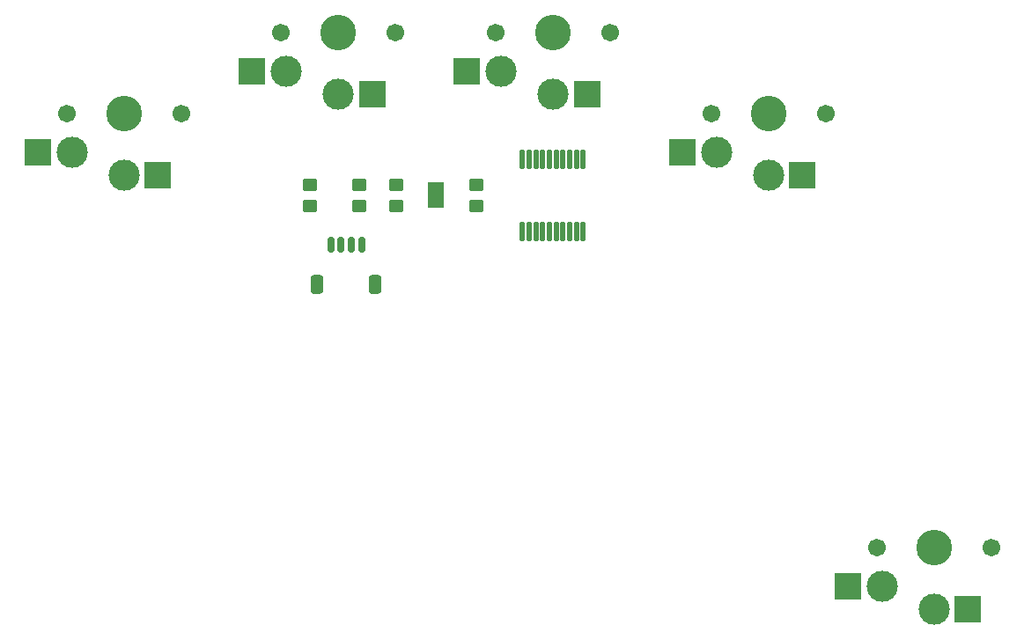
<source format=gbr>
%TF.GenerationSoftware,KiCad,Pcbnew,9.0.0*%
%TF.CreationDate,2025-05-22T09:46:44-07:00*%
%TF.ProjectId,cinco-cinco,63696e63-6f2d-4636-996e-636f2e6b6963,rev?*%
%TF.SameCoordinates,Original*%
%TF.FileFunction,Soldermask,Bot*%
%TF.FilePolarity,Negative*%
%FSLAX46Y46*%
G04 Gerber Fmt 4.6, Leading zero omitted, Abs format (unit mm)*
G04 Created by KiCad (PCBNEW 9.0.0) date 2025-05-22 09:46:44*
%MOMM*%
%LPD*%
G01*
G04 APERTURE LIST*
G04 Aperture macros list*
%AMRoundRect*
0 Rectangle with rounded corners*
0 $1 Rounding radius*
0 $2 $3 $4 $5 $6 $7 $8 $9 X,Y pos of 4 corners*
0 Add a 4 corners polygon primitive as box body*
4,1,4,$2,$3,$4,$5,$6,$7,$8,$9,$2,$3,0*
0 Add four circle primitives for the rounded corners*
1,1,$1+$1,$2,$3*
1,1,$1+$1,$4,$5*
1,1,$1+$1,$6,$7*
1,1,$1+$1,$8,$9*
0 Add four rect primitives between the rounded corners*
20,1,$1+$1,$2,$3,$4,$5,0*
20,1,$1+$1,$4,$5,$6,$7,0*
20,1,$1+$1,$6,$7,$8,$9,0*
20,1,$1+$1,$8,$9,$2,$3,0*%
%AMFreePoly0*
4,1,6,1.000000,0.000000,0.500000,-0.750000,-0.500000,-0.750000,-0.500000,0.750000,0.500000,0.750000,1.000000,0.000000,1.000000,0.000000,$1*%
%AMFreePoly1*
4,1,6,0.500000,-0.750000,-0.650000,-0.750000,-0.150000,0.000000,-0.650000,0.750000,0.500000,0.750000,0.500000,-0.750000,0.500000,-0.750000,$1*%
G04 Aperture macros list end*
%ADD10C,1.701800*%
%ADD11C,3.000000*%
%ADD12C,3.429000*%
%ADD13R,2.600000X2.600000*%
%ADD14RoundRect,0.250000X0.450000X-0.350000X0.450000X0.350000X-0.450000X0.350000X-0.450000X-0.350000X0*%
%ADD15RoundRect,0.125000X-0.125000X0.825000X-0.125000X-0.825000X0.125000X-0.825000X0.125000X0.825000X0*%
%ADD16FreePoly0,270.000000*%
%ADD17FreePoly1,270.000000*%
%ADD18RoundRect,0.150000X0.150000X0.625000X-0.150000X0.625000X-0.150000X-0.625000X0.150000X-0.625000X0*%
%ADD19RoundRect,0.250000X0.350000X0.650000X-0.350000X0.650000X-0.350000X-0.650000X0.350000X-0.650000X0*%
G04 APERTURE END LIST*
%TO.C,JP1*%
G36*
X199540000Y-92425000D02*
G01*
X201040000Y-92425000D01*
X201040000Y-94875000D01*
X199540000Y-94875000D01*
X199540000Y-92425000D01*
G37*
%TD*%
D10*
%TO.C,SW1*%
X206045000Y-78000000D03*
D11*
X206545000Y-81750000D03*
D12*
X211545000Y-78000000D03*
D11*
X211545000Y-83950000D03*
D10*
X217045000Y-78000000D03*
D13*
X214820000Y-83950000D03*
X203270000Y-81750000D03*
%TD*%
D10*
%TO.C,SW2*%
X185370000Y-78000000D03*
D11*
X185870000Y-81750000D03*
D12*
X190870000Y-78000000D03*
D11*
X190870000Y-83950000D03*
D10*
X196370000Y-78000000D03*
D13*
X194145000Y-83950000D03*
X182595000Y-81750000D03*
%TD*%
D10*
%TO.C,SW5*%
X242670000Y-127500000D03*
D11*
X243170000Y-131250000D03*
D12*
X248170000Y-127500000D03*
D11*
X248170000Y-133450000D03*
D10*
X253670000Y-127500000D03*
D13*
X251445000Y-133450000D03*
X239895000Y-131250000D03*
%TD*%
D10*
%TO.C,SW3*%
X164790000Y-85800000D03*
D11*
X165290000Y-89550000D03*
D12*
X170290000Y-85800000D03*
D11*
X170290000Y-91750000D03*
D10*
X175790000Y-85800000D03*
D13*
X173565000Y-91750000D03*
X162015000Y-89550000D03*
%TD*%
D10*
%TO.C,SW4*%
X226750000Y-85800000D03*
D11*
X227250000Y-89550000D03*
D12*
X232250000Y-85800000D03*
D11*
X232250000Y-91750000D03*
D10*
X237750000Y-85800000D03*
D13*
X235525000Y-91750000D03*
X223975000Y-89550000D03*
%TD*%
D14*
%TO.C,R3*%
X188130000Y-94650000D03*
X188130000Y-92650000D03*
%TD*%
D15*
%TO.C,U1*%
X208610000Y-90150000D03*
X209260000Y-90150000D03*
X209910000Y-90150000D03*
X210560000Y-90150000D03*
X211210000Y-90150000D03*
X211860000Y-90150000D03*
X212510000Y-90150000D03*
X213160000Y-90150000D03*
X213810000Y-90150000D03*
X214460000Y-90150000D03*
X214460000Y-97150000D03*
X213810000Y-97150000D03*
X213160000Y-97150000D03*
X212510000Y-97150000D03*
X211860000Y-97150000D03*
X211210000Y-97150000D03*
X210560000Y-97150000D03*
X209910000Y-97150000D03*
X209260000Y-97150000D03*
X208610000Y-97150000D03*
%TD*%
D16*
%TO.C,JP1*%
X200290000Y-92925000D03*
D17*
X200290000Y-94375000D03*
%TD*%
D14*
%TO.C,R4*%
X204150000Y-94650000D03*
X204150000Y-92650000D03*
%TD*%
D18*
%TO.C,J1*%
X193170000Y-98360000D03*
X192170000Y-98360000D03*
X191170000Y-98360000D03*
X190170000Y-98360000D03*
D19*
X194470000Y-102235000D03*
X188870000Y-102235000D03*
%TD*%
D14*
%TO.C,R2*%
X192910000Y-94650000D03*
X192910000Y-92650000D03*
%TD*%
%TO.C,R1*%
X196450000Y-94650000D03*
X196450000Y-92650000D03*
%TD*%
M02*

</source>
